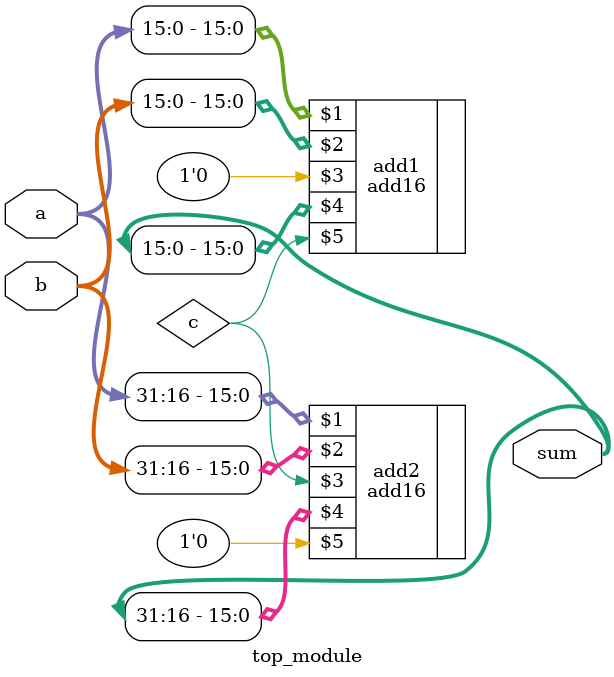
<source format=v>
module top_module(
    input [31:0] a,
    input [31:0] b,
    output [31:0] sum
);
    wire c;
    add16 add1(a[15:0],b[15:0],1'b0,sum[15:0],c);
    add16 add2(a[31:16],b[31:16],c,sum[31:16],1'b0);
endmodule

</source>
